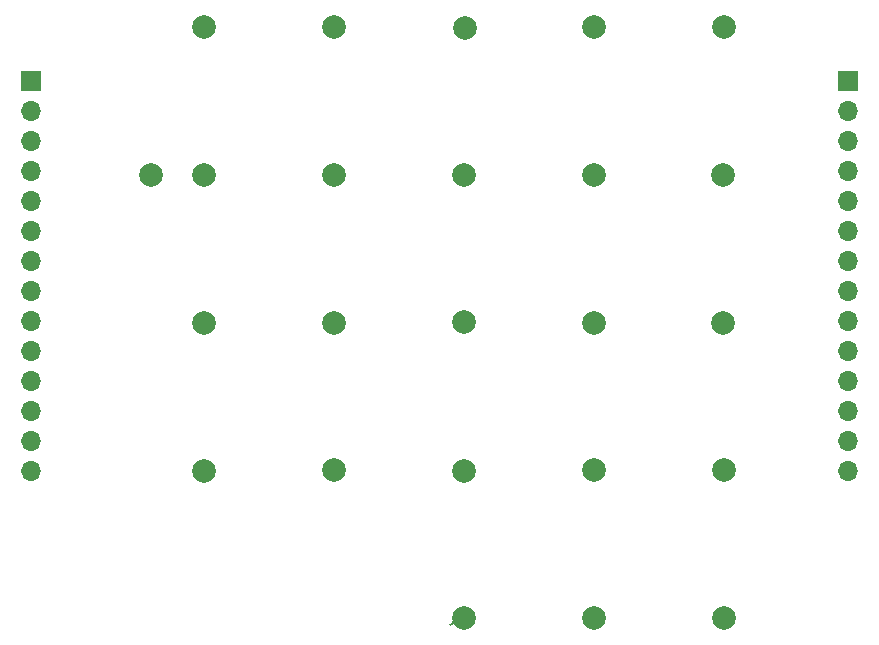
<source format=gbr>
%TF.GenerationSoftware,KiCad,Pcbnew,(6.0.2)*%
%TF.CreationDate,2024-01-19T20:32:51-05:00*%
%TF.ProjectId,top,746f702e-6b69-4636-9164-5f7063625858,rev?*%
%TF.SameCoordinates,Original*%
%TF.FileFunction,Soldermask,Top*%
%TF.FilePolarity,Negative*%
%FSLAX46Y46*%
G04 Gerber Fmt 4.6, Leading zero omitted, Abs format (unit mm)*
G04 Created by KiCad (PCBNEW (6.0.2)) date 2024-01-19 20:32:51*
%MOMM*%
%LPD*%
G01*
G04 APERTURE LIST*
%ADD10C,0.200000*%
%ADD11C,2.000000*%
%ADD12R,1.700000X1.700000*%
%ADD13O,1.700000X1.700000*%
G04 APERTURE END LIST*
D10*
X149823940Y-124363000D02*
G75*
G03*
X150073940Y-124113000I28J249972D01*
G01*
D11*
%TO.C,J8*%
X172984940Y-98791100D03*
%TD*%
%TO.C,J4*%
X151012400Y-111300600D03*
%TD*%
%TO.C,J7*%
X151140940Y-73835600D03*
%TD*%
%TO.C,J12*%
X172984940Y-86281600D03*
%TD*%
%TO.C,J24*%
X129017540Y-86256200D03*
%TD*%
%TO.C,J5*%
X162012140Y-111275200D03*
%TD*%
%TO.C,J9*%
X162012140Y-98778400D03*
%TD*%
%TO.C,J19*%
X173010340Y-123772000D03*
%TD*%
%TO.C,J18*%
X129042940Y-73759400D03*
%TD*%
%TO.C,J23*%
X128992140Y-98778400D03*
%TD*%
%TO.C,J22*%
X139990340Y-111275200D03*
%TD*%
%TO.C,J25*%
X139990340Y-73759400D03*
%TD*%
D12*
%TO.C,J29*%
X183552400Y-78300000D03*
D13*
X183552400Y-80840000D03*
X183552400Y-83380000D03*
X183552400Y-85920000D03*
X183552400Y-88460000D03*
X183552400Y-91000000D03*
X183552400Y-93540000D03*
X183552400Y-96080000D03*
X183552400Y-98620000D03*
X183552400Y-101160000D03*
X183552400Y-103700000D03*
X183552400Y-106240000D03*
X183552400Y-108780000D03*
X183552400Y-111320000D03*
%TD*%
D11*
%TO.C,J14*%
X140015740Y-86256200D03*
%TD*%
%TO.C,J33*%
X124502400Y-86250000D03*
%TD*%
%TO.C,J11*%
X139990340Y-98778400D03*
%TD*%
D12*
%TO.C,J30*%
X114352400Y-78300000D03*
D13*
X114352400Y-80840000D03*
X114352400Y-83380000D03*
X114352400Y-85920000D03*
X114352400Y-88460000D03*
X114352400Y-91000000D03*
X114352400Y-93540000D03*
X114352400Y-96080000D03*
X114352400Y-98620000D03*
X114352400Y-101160000D03*
X114352400Y-103700000D03*
X114352400Y-106240000D03*
X114352400Y-108780000D03*
X114352400Y-111320000D03*
%TD*%
D11*
%TO.C,J28*%
X151013940Y-86281600D03*
%TD*%
%TO.C,J16*%
X161986740Y-73734000D03*
%TD*%
%TO.C,J10*%
X151013940Y-98727600D03*
%TD*%
%TO.C,J6*%
X173010340Y-111249800D03*
%TD*%
%TO.C,J21*%
X151013940Y-123746600D03*
%TD*%
%TO.C,J20*%
X161986740Y-123772000D03*
%TD*%
%TO.C,J15*%
X128988000Y-111300600D03*
%TD*%
%TO.C,J17*%
X173010340Y-73759400D03*
%TD*%
%TO.C,J13*%
X162007060Y-86281600D03*
%TD*%
M02*

</source>
